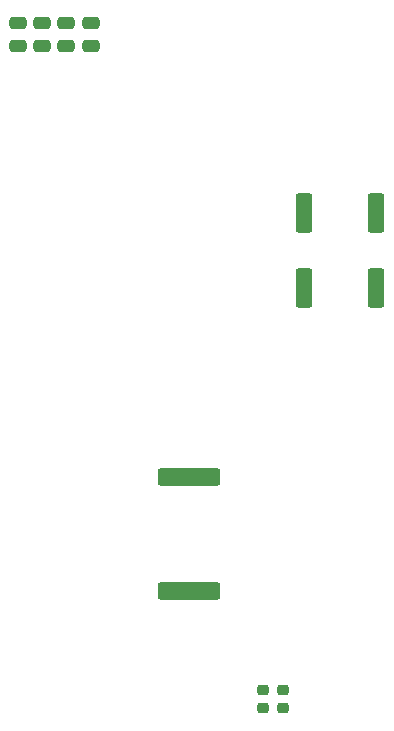
<source format=gbr>
%TF.GenerationSoftware,KiCad,Pcbnew,7.0.2*%
%TF.CreationDate,2023-06-13T00:04:42+03:00*%
%TF.ProjectId,Push_Pull,50757368-5f50-4756-9c6c-2e6b69636164,rev?*%
%TF.SameCoordinates,Original*%
%TF.FileFunction,Paste,Bot*%
%TF.FilePolarity,Positive*%
%FSLAX46Y46*%
G04 Gerber Fmt 4.6, Leading zero omitted, Abs format (unit mm)*
G04 Created by KiCad (PCBNEW 7.0.2) date 2023-06-13 00:04:42*
%MOMM*%
%LPD*%
G01*
G04 APERTURE LIST*
G04 Aperture macros list*
%AMRoundRect*
0 Rectangle with rounded corners*
0 $1 Rounding radius*
0 $2 $3 $4 $5 $6 $7 $8 $9 X,Y pos of 4 corners*
0 Add a 4 corners polygon primitive as box body*
4,1,4,$2,$3,$4,$5,$6,$7,$8,$9,$2,$3,0*
0 Add four circle primitives for the rounded corners*
1,1,$1+$1,$2,$3*
1,1,$1+$1,$4,$5*
1,1,$1+$1,$6,$7*
1,1,$1+$1,$8,$9*
0 Add four rect primitives between the rounded corners*
20,1,$1+$1,$2,$3,$4,$5,0*
20,1,$1+$1,$4,$5,$6,$7,0*
20,1,$1+$1,$6,$7,$8,$9,0*
20,1,$1+$1,$8,$9,$2,$3,0*%
G04 Aperture macros list end*
%ADD10RoundRect,0.250000X0.475000X-0.250000X0.475000X0.250000X-0.475000X0.250000X-0.475000X-0.250000X0*%
%ADD11RoundRect,0.250001X2.399999X-0.487499X2.399999X0.487499X-2.399999X0.487499X-2.399999X-0.487499X0*%
%ADD12RoundRect,0.225000X-0.250000X0.225000X-0.250000X-0.225000X0.250000X-0.225000X0.250000X0.225000X0*%
%ADD13RoundRect,0.249999X-0.450001X-1.425001X0.450001X-1.425001X0.450001X1.425001X-0.450001X1.425001X0*%
G04 APERTURE END LIST*
D10*
%TO.C,C17*%
X111760000Y-44511000D03*
X111760000Y-42611000D03*
%TD*%
D11*
%TO.C,R8*%
X122174000Y-90664500D03*
X122174000Y-81039500D03*
%TD*%
D10*
%TO.C,C7*%
X109728000Y-44511000D03*
X109728000Y-42611000D03*
%TD*%
D12*
%TO.C,C8*%
X128473000Y-99047000D03*
X128473000Y-100597000D03*
%TD*%
%TO.C,C9*%
X130175000Y-99047000D03*
X130175000Y-100597000D03*
%TD*%
D13*
%TO.C,R6*%
X131951000Y-58674000D03*
X138051000Y-58674000D03*
%TD*%
D10*
%TO.C,C22*%
X113919000Y-44511000D03*
X113919000Y-42611000D03*
%TD*%
%TO.C,C6*%
X107696000Y-44511000D03*
X107696000Y-42611000D03*
%TD*%
D13*
%TO.C,R7*%
X131951000Y-65024000D03*
X138051000Y-65024000D03*
%TD*%
M02*

</source>
